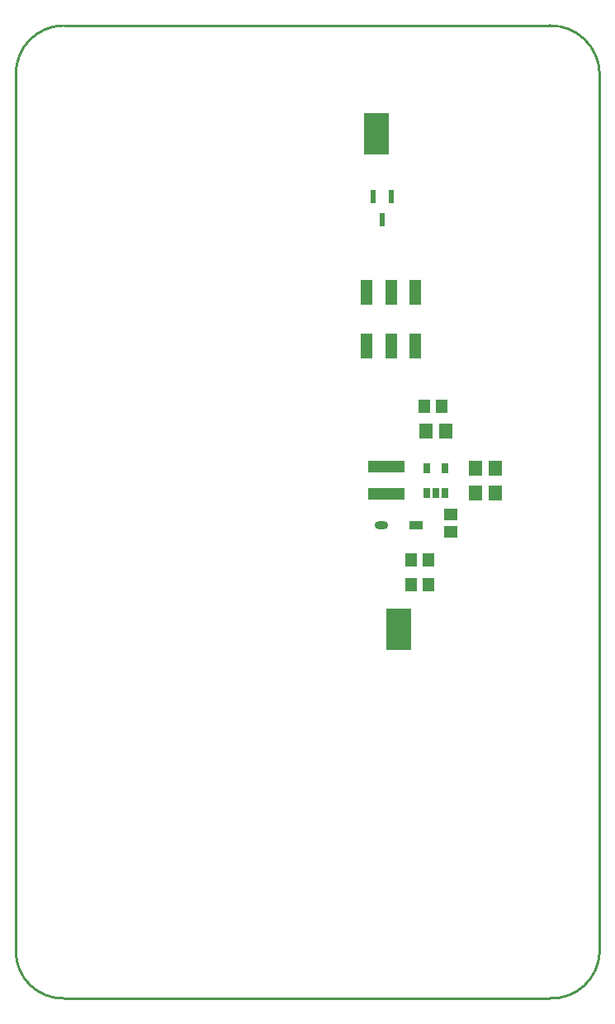
<source format=gtp>
G04*
G04 #@! TF.GenerationSoftware,Altium Limited,Altium Designer,22.6.1 (34)*
G04*
G04 Layer_Color=8421504*
%FSLAX25Y25*%
%MOIN*%
G70*
G04*
G04 #@! TF.SameCoordinates,F07FD183-076F-48D4-B815-8826F00F65DA*
G04*
G04*
G04 #@! TF.FilePolarity,Positive*
G04*
G01*
G75*
%ADD13C,0.01000*%
%ADD14R,0.05544X0.03237*%
G04:AMPARAMS|DCode=15|XSize=55.44mil|YSize=32.37mil|CornerRadius=16.18mil|HoleSize=0mil|Usage=FLASHONLY|Rotation=180.000|XOffset=0mil|YOffset=0mil|HoleType=Round|Shape=RoundedRectangle|*
%AMROUNDEDRECTD15*
21,1,0.05544,0.00000,0,0,180.0*
21,1,0.02307,0.03237,0,0,180.0*
1,1,0.03237,-0.01154,0.00000*
1,1,0.03237,0.01154,0.00000*
1,1,0.03237,0.01154,0.00000*
1,1,0.03237,-0.01154,0.00000*
%
%ADD15ROUNDEDRECTD15*%
%ADD16R,0.10236X0.16535*%
%ADD17R,0.04724X0.05512*%
G04:AMPARAMS|DCode=18|XSize=43.31mil|YSize=23.62mil|CornerRadius=2.01mil|HoleSize=0mil|Usage=FLASHONLY|Rotation=90.000|XOffset=0mil|YOffset=0mil|HoleType=Round|Shape=RoundedRectangle|*
%AMROUNDEDRECTD18*
21,1,0.04331,0.01961,0,0,90.0*
21,1,0.03929,0.02362,0,0,90.0*
1,1,0.00402,0.00980,0.01965*
1,1,0.00402,0.00980,-0.01965*
1,1,0.00402,-0.00980,-0.01965*
1,1,0.00402,-0.00980,0.01965*
%
%ADD18ROUNDEDRECTD18*%
%ADD19R,0.05512X0.05906*%
%ADD20R,0.05512X0.04724*%
%ADD21R,0.14600X0.04700*%
%ADD22R,0.04724X0.09843*%
%ADD23R,0.02362X0.05709*%
D13*
X19685Y393701D02*
G03*
X500Y374016I250J-19435D01*
G01*
X236221D02*
G03*
X216035Y393701I-19935J-250D01*
G01*
Y1000D02*
G03*
X236221Y19685I750J19435D01*
G01*
X500D02*
G03*
X19685Y1000I18935J250D01*
G01*
X236221Y19685D02*
Y374016D01*
X19685Y1000D02*
X19685D01*
X216035D01*
X20000Y393701D02*
X216035D01*
X500Y19685D02*
Y374016D01*
D14*
X162008Y192001D02*
D03*
D15*
X147992D02*
D03*
D16*
X155000Y150000D02*
D03*
X146240Y350000D02*
D03*
D17*
X160000Y167999D02*
D03*
X167087D02*
D03*
X160000Y177999D02*
D03*
X167087D02*
D03*
X165374Y240000D02*
D03*
X172461D02*
D03*
D18*
X166260Y215118D02*
D03*
X173740D02*
D03*
Y204882D02*
D03*
X170000D02*
D03*
X166260D02*
D03*
D19*
X173957Y230000D02*
D03*
X166083D02*
D03*
X193926Y215000D02*
D03*
X186052D02*
D03*
X193937Y205000D02*
D03*
X186063D02*
D03*
D20*
X176004Y189291D02*
D03*
Y196378D02*
D03*
D21*
X150000Y204500D02*
D03*
Y215500D02*
D03*
D22*
X142076Y285827D02*
D03*
Y264173D02*
D03*
X161761D02*
D03*
Y285827D02*
D03*
X151918D02*
D03*
Y264173D02*
D03*
D23*
X152192Y324626D02*
D03*
X144711D02*
D03*
X148451Y315374D02*
D03*
M02*

</source>
